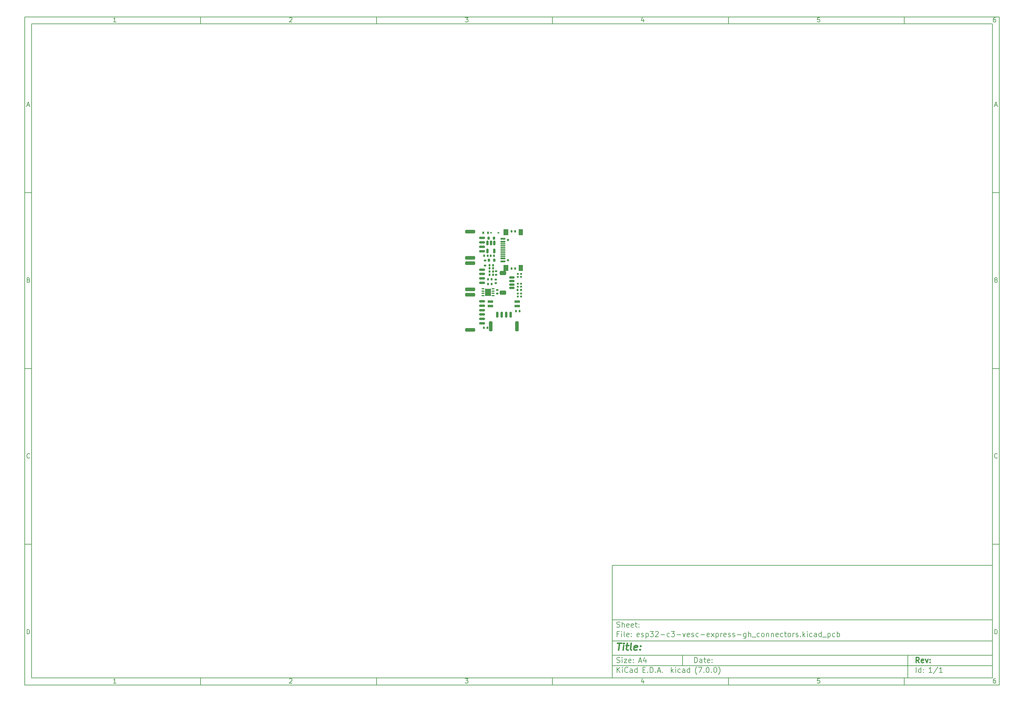
<source format=gbr>
%TF.GenerationSoftware,KiCad,Pcbnew,(7.0.0)*%
%TF.CreationDate,2023-02-27T05:24:14-06:00*%
%TF.ProjectId,esp32-c3-vesc-express-gh_connectors,65737033-322d-4633-932d-766573632d65,rev?*%
%TF.SameCoordinates,Original*%
%TF.FileFunction,Soldermask,Top*%
%TF.FilePolarity,Negative*%
%FSLAX46Y46*%
G04 Gerber Fmt 4.6, Leading zero omitted, Abs format (unit mm)*
G04 Created by KiCad (PCBNEW (7.0.0)) date 2023-02-27 05:24:14*
%MOMM*%
%LPD*%
G01*
G04 APERTURE LIST*
G04 Aperture macros list*
%AMRoundRect*
0 Rectangle with rounded corners*
0 $1 Rounding radius*
0 $2 $3 $4 $5 $6 $7 $8 $9 X,Y pos of 4 corners*
0 Add a 4 corners polygon primitive as box body*
4,1,4,$2,$3,$4,$5,$6,$7,$8,$9,$2,$3,0*
0 Add four circle primitives for the rounded corners*
1,1,$1+$1,$2,$3*
1,1,$1+$1,$4,$5*
1,1,$1+$1,$6,$7*
1,1,$1+$1,$8,$9*
0 Add four rect primitives between the rounded corners*
20,1,$1+$1,$2,$3,$4,$5,0*
20,1,$1+$1,$4,$5,$6,$7,0*
20,1,$1+$1,$6,$7,$8,$9,0*
20,1,$1+$1,$8,$9,$2,$3,0*%
G04 Aperture macros list end*
%ADD10C,0.100000*%
%ADD11C,0.150000*%
%ADD12C,0.300000*%
%ADD13C,0.400000*%
%ADD14C,0.650000*%
%ADD15R,1.450000X1.800000*%
%ADD16R,1.200000X1.800000*%
%ADD17R,1.450000X0.600000*%
%ADD18R,1.450000X0.300000*%
%ADD19R,0.500000X0.500000*%
%ADD20RoundRect,0.150000X0.150000X0.300000X-0.150000X0.300000X-0.150000X-0.300000X0.150000X-0.300000X0*%
%ADD21RoundRect,0.125000X0.125000X0.175000X-0.125000X0.175000X-0.125000X-0.175000X0.125000X-0.175000X0*%
%ADD22RoundRect,0.150000X0.150000X0.700000X-0.150000X0.700000X-0.150000X-0.700000X0.150000X-0.700000X0*%
%ADD23RoundRect,0.250000X0.250000X1.150000X-0.250000X1.150000X-0.250000X-1.150000X0.250000X-1.150000X0*%
%ADD24RoundRect,0.125000X-0.175000X0.125000X-0.175000X-0.125000X0.175000X-0.125000X0.175000X0.125000X0*%
%ADD25RoundRect,0.125000X-0.125000X-0.175000X0.125000X-0.175000X0.125000X0.175000X-0.125000X0.175000X0*%
%ADD26RoundRect,0.150000X0.700000X-0.150000X0.700000X0.150000X-0.700000X0.150000X-0.700000X-0.150000X0*%
%ADD27RoundRect,0.250000X1.150000X-0.250000X1.150000X0.250000X-1.150000X0.250000X-1.150000X-0.250000X0*%
%ADD28RoundRect,0.075000X0.325000X0.075000X-0.325000X0.075000X-0.325000X-0.075000X0.325000X-0.075000X0*%
%ADD29R,1.700000X2.050000*%
%ADD30R,0.600000X0.450000*%
%ADD31R,0.600000X0.700000*%
%ADD32RoundRect,0.125000X0.175000X-0.125000X0.175000X0.125000X-0.175000X0.125000X-0.175000X-0.125000X0*%
%ADD33R,0.700000X0.600000*%
%ADD34R,1.600000X0.760000*%
%ADD35RoundRect,0.150000X-0.150000X0.512500X-0.150000X-0.512500X0.150000X-0.512500X0.150000X0.512500X0*%
%ADD36RoundRect,0.150000X0.625000X-0.150000X0.625000X0.150000X-0.625000X0.150000X-0.625000X-0.150000X0*%
%ADD37RoundRect,0.250000X0.650000X-0.350000X0.650000X0.350000X-0.650000X0.350000X-0.650000X-0.350000X0*%
G04 APERTURE END LIST*
D10*
D11*
X177002200Y-166007200D02*
X285002200Y-166007200D01*
X285002200Y-198007200D01*
X177002200Y-198007200D01*
X177002200Y-166007200D01*
D10*
D11*
X10000000Y-10000000D02*
X287002200Y-10000000D01*
X287002200Y-200007200D01*
X10000000Y-200007200D01*
X10000000Y-10000000D01*
D10*
D11*
X12000000Y-12000000D02*
X285002200Y-12000000D01*
X285002200Y-198007200D01*
X12000000Y-198007200D01*
X12000000Y-12000000D01*
D10*
D11*
X60000000Y-12000000D02*
X60000000Y-10000000D01*
D10*
D11*
X110000000Y-12000000D02*
X110000000Y-10000000D01*
D10*
D11*
X160000000Y-12000000D02*
X160000000Y-10000000D01*
D10*
D11*
X210000000Y-12000000D02*
X210000000Y-10000000D01*
D10*
D11*
X260000000Y-12000000D02*
X260000000Y-10000000D01*
D10*
D11*
X35990476Y-11477595D02*
X35247619Y-11477595D01*
X35619047Y-11477595D02*
X35619047Y-10177595D01*
X35619047Y-10177595D02*
X35495238Y-10363309D01*
X35495238Y-10363309D02*
X35371428Y-10487119D01*
X35371428Y-10487119D02*
X35247619Y-10549023D01*
D10*
D11*
X85247619Y-10301404D02*
X85309523Y-10239500D01*
X85309523Y-10239500D02*
X85433333Y-10177595D01*
X85433333Y-10177595D02*
X85742857Y-10177595D01*
X85742857Y-10177595D02*
X85866666Y-10239500D01*
X85866666Y-10239500D02*
X85928571Y-10301404D01*
X85928571Y-10301404D02*
X85990476Y-10425214D01*
X85990476Y-10425214D02*
X85990476Y-10549023D01*
X85990476Y-10549023D02*
X85928571Y-10734738D01*
X85928571Y-10734738D02*
X85185714Y-11477595D01*
X85185714Y-11477595D02*
X85990476Y-11477595D01*
D10*
D11*
X135185714Y-10177595D02*
X135990476Y-10177595D01*
X135990476Y-10177595D02*
X135557142Y-10672833D01*
X135557142Y-10672833D02*
X135742857Y-10672833D01*
X135742857Y-10672833D02*
X135866666Y-10734738D01*
X135866666Y-10734738D02*
X135928571Y-10796642D01*
X135928571Y-10796642D02*
X135990476Y-10920452D01*
X135990476Y-10920452D02*
X135990476Y-11229976D01*
X135990476Y-11229976D02*
X135928571Y-11353785D01*
X135928571Y-11353785D02*
X135866666Y-11415690D01*
X135866666Y-11415690D02*
X135742857Y-11477595D01*
X135742857Y-11477595D02*
X135371428Y-11477595D01*
X135371428Y-11477595D02*
X135247619Y-11415690D01*
X135247619Y-11415690D02*
X135185714Y-11353785D01*
D10*
D11*
X185866666Y-10610928D02*
X185866666Y-11477595D01*
X185557142Y-10115690D02*
X185247619Y-11044261D01*
X185247619Y-11044261D02*
X186052380Y-11044261D01*
D10*
D11*
X235928571Y-10177595D02*
X235309523Y-10177595D01*
X235309523Y-10177595D02*
X235247619Y-10796642D01*
X235247619Y-10796642D02*
X235309523Y-10734738D01*
X235309523Y-10734738D02*
X235433333Y-10672833D01*
X235433333Y-10672833D02*
X235742857Y-10672833D01*
X235742857Y-10672833D02*
X235866666Y-10734738D01*
X235866666Y-10734738D02*
X235928571Y-10796642D01*
X235928571Y-10796642D02*
X235990476Y-10920452D01*
X235990476Y-10920452D02*
X235990476Y-11229976D01*
X235990476Y-11229976D02*
X235928571Y-11353785D01*
X235928571Y-11353785D02*
X235866666Y-11415690D01*
X235866666Y-11415690D02*
X235742857Y-11477595D01*
X235742857Y-11477595D02*
X235433333Y-11477595D01*
X235433333Y-11477595D02*
X235309523Y-11415690D01*
X235309523Y-11415690D02*
X235247619Y-11353785D01*
D10*
D11*
X285866666Y-10177595D02*
X285619047Y-10177595D01*
X285619047Y-10177595D02*
X285495238Y-10239500D01*
X285495238Y-10239500D02*
X285433333Y-10301404D01*
X285433333Y-10301404D02*
X285309523Y-10487119D01*
X285309523Y-10487119D02*
X285247619Y-10734738D01*
X285247619Y-10734738D02*
X285247619Y-11229976D01*
X285247619Y-11229976D02*
X285309523Y-11353785D01*
X285309523Y-11353785D02*
X285371428Y-11415690D01*
X285371428Y-11415690D02*
X285495238Y-11477595D01*
X285495238Y-11477595D02*
X285742857Y-11477595D01*
X285742857Y-11477595D02*
X285866666Y-11415690D01*
X285866666Y-11415690D02*
X285928571Y-11353785D01*
X285928571Y-11353785D02*
X285990476Y-11229976D01*
X285990476Y-11229976D02*
X285990476Y-10920452D01*
X285990476Y-10920452D02*
X285928571Y-10796642D01*
X285928571Y-10796642D02*
X285866666Y-10734738D01*
X285866666Y-10734738D02*
X285742857Y-10672833D01*
X285742857Y-10672833D02*
X285495238Y-10672833D01*
X285495238Y-10672833D02*
X285371428Y-10734738D01*
X285371428Y-10734738D02*
X285309523Y-10796642D01*
X285309523Y-10796642D02*
X285247619Y-10920452D01*
D10*
D11*
X60000000Y-198007200D02*
X60000000Y-200007200D01*
D10*
D11*
X110000000Y-198007200D02*
X110000000Y-200007200D01*
D10*
D11*
X160000000Y-198007200D02*
X160000000Y-200007200D01*
D10*
D11*
X210000000Y-198007200D02*
X210000000Y-200007200D01*
D10*
D11*
X260000000Y-198007200D02*
X260000000Y-200007200D01*
D10*
D11*
X35990476Y-199484795D02*
X35247619Y-199484795D01*
X35619047Y-199484795D02*
X35619047Y-198184795D01*
X35619047Y-198184795D02*
X35495238Y-198370509D01*
X35495238Y-198370509D02*
X35371428Y-198494319D01*
X35371428Y-198494319D02*
X35247619Y-198556223D01*
D10*
D11*
X85247619Y-198308604D02*
X85309523Y-198246700D01*
X85309523Y-198246700D02*
X85433333Y-198184795D01*
X85433333Y-198184795D02*
X85742857Y-198184795D01*
X85742857Y-198184795D02*
X85866666Y-198246700D01*
X85866666Y-198246700D02*
X85928571Y-198308604D01*
X85928571Y-198308604D02*
X85990476Y-198432414D01*
X85990476Y-198432414D02*
X85990476Y-198556223D01*
X85990476Y-198556223D02*
X85928571Y-198741938D01*
X85928571Y-198741938D02*
X85185714Y-199484795D01*
X85185714Y-199484795D02*
X85990476Y-199484795D01*
D10*
D11*
X135185714Y-198184795D02*
X135990476Y-198184795D01*
X135990476Y-198184795D02*
X135557142Y-198680033D01*
X135557142Y-198680033D02*
X135742857Y-198680033D01*
X135742857Y-198680033D02*
X135866666Y-198741938D01*
X135866666Y-198741938D02*
X135928571Y-198803842D01*
X135928571Y-198803842D02*
X135990476Y-198927652D01*
X135990476Y-198927652D02*
X135990476Y-199237176D01*
X135990476Y-199237176D02*
X135928571Y-199360985D01*
X135928571Y-199360985D02*
X135866666Y-199422890D01*
X135866666Y-199422890D02*
X135742857Y-199484795D01*
X135742857Y-199484795D02*
X135371428Y-199484795D01*
X135371428Y-199484795D02*
X135247619Y-199422890D01*
X135247619Y-199422890D02*
X135185714Y-199360985D01*
D10*
D11*
X185866666Y-198618128D02*
X185866666Y-199484795D01*
X185557142Y-198122890D02*
X185247619Y-199051461D01*
X185247619Y-199051461D02*
X186052380Y-199051461D01*
D10*
D11*
X235928571Y-198184795D02*
X235309523Y-198184795D01*
X235309523Y-198184795D02*
X235247619Y-198803842D01*
X235247619Y-198803842D02*
X235309523Y-198741938D01*
X235309523Y-198741938D02*
X235433333Y-198680033D01*
X235433333Y-198680033D02*
X235742857Y-198680033D01*
X235742857Y-198680033D02*
X235866666Y-198741938D01*
X235866666Y-198741938D02*
X235928571Y-198803842D01*
X235928571Y-198803842D02*
X235990476Y-198927652D01*
X235990476Y-198927652D02*
X235990476Y-199237176D01*
X235990476Y-199237176D02*
X235928571Y-199360985D01*
X235928571Y-199360985D02*
X235866666Y-199422890D01*
X235866666Y-199422890D02*
X235742857Y-199484795D01*
X235742857Y-199484795D02*
X235433333Y-199484795D01*
X235433333Y-199484795D02*
X235309523Y-199422890D01*
X235309523Y-199422890D02*
X235247619Y-199360985D01*
D10*
D11*
X285866666Y-198184795D02*
X285619047Y-198184795D01*
X285619047Y-198184795D02*
X285495238Y-198246700D01*
X285495238Y-198246700D02*
X285433333Y-198308604D01*
X285433333Y-198308604D02*
X285309523Y-198494319D01*
X285309523Y-198494319D02*
X285247619Y-198741938D01*
X285247619Y-198741938D02*
X285247619Y-199237176D01*
X285247619Y-199237176D02*
X285309523Y-199360985D01*
X285309523Y-199360985D02*
X285371428Y-199422890D01*
X285371428Y-199422890D02*
X285495238Y-199484795D01*
X285495238Y-199484795D02*
X285742857Y-199484795D01*
X285742857Y-199484795D02*
X285866666Y-199422890D01*
X285866666Y-199422890D02*
X285928571Y-199360985D01*
X285928571Y-199360985D02*
X285990476Y-199237176D01*
X285990476Y-199237176D02*
X285990476Y-198927652D01*
X285990476Y-198927652D02*
X285928571Y-198803842D01*
X285928571Y-198803842D02*
X285866666Y-198741938D01*
X285866666Y-198741938D02*
X285742857Y-198680033D01*
X285742857Y-198680033D02*
X285495238Y-198680033D01*
X285495238Y-198680033D02*
X285371428Y-198741938D01*
X285371428Y-198741938D02*
X285309523Y-198803842D01*
X285309523Y-198803842D02*
X285247619Y-198927652D01*
D10*
D11*
X10000000Y-60000000D02*
X12000000Y-60000000D01*
D10*
D11*
X10000000Y-110000000D02*
X12000000Y-110000000D01*
D10*
D11*
X10000000Y-160000000D02*
X12000000Y-160000000D01*
D10*
D11*
X10690476Y-35106166D02*
X11309523Y-35106166D01*
X10566666Y-35477595D02*
X10999999Y-34177595D01*
X10999999Y-34177595D02*
X11433333Y-35477595D01*
D10*
D11*
X11092857Y-84796642D02*
X11278571Y-84858547D01*
X11278571Y-84858547D02*
X11340476Y-84920452D01*
X11340476Y-84920452D02*
X11402380Y-85044261D01*
X11402380Y-85044261D02*
X11402380Y-85229976D01*
X11402380Y-85229976D02*
X11340476Y-85353785D01*
X11340476Y-85353785D02*
X11278571Y-85415690D01*
X11278571Y-85415690D02*
X11154761Y-85477595D01*
X11154761Y-85477595D02*
X10659523Y-85477595D01*
X10659523Y-85477595D02*
X10659523Y-84177595D01*
X10659523Y-84177595D02*
X11092857Y-84177595D01*
X11092857Y-84177595D02*
X11216666Y-84239500D01*
X11216666Y-84239500D02*
X11278571Y-84301404D01*
X11278571Y-84301404D02*
X11340476Y-84425214D01*
X11340476Y-84425214D02*
X11340476Y-84549023D01*
X11340476Y-84549023D02*
X11278571Y-84672833D01*
X11278571Y-84672833D02*
X11216666Y-84734738D01*
X11216666Y-84734738D02*
X11092857Y-84796642D01*
X11092857Y-84796642D02*
X10659523Y-84796642D01*
D10*
D11*
X11402380Y-135353785D02*
X11340476Y-135415690D01*
X11340476Y-135415690D02*
X11154761Y-135477595D01*
X11154761Y-135477595D02*
X11030952Y-135477595D01*
X11030952Y-135477595D02*
X10845238Y-135415690D01*
X10845238Y-135415690D02*
X10721428Y-135291880D01*
X10721428Y-135291880D02*
X10659523Y-135168071D01*
X10659523Y-135168071D02*
X10597619Y-134920452D01*
X10597619Y-134920452D02*
X10597619Y-134734738D01*
X10597619Y-134734738D02*
X10659523Y-134487119D01*
X10659523Y-134487119D02*
X10721428Y-134363309D01*
X10721428Y-134363309D02*
X10845238Y-134239500D01*
X10845238Y-134239500D02*
X11030952Y-134177595D01*
X11030952Y-134177595D02*
X11154761Y-134177595D01*
X11154761Y-134177595D02*
X11340476Y-134239500D01*
X11340476Y-134239500D02*
X11402380Y-134301404D01*
D10*
D11*
X10659523Y-185477595D02*
X10659523Y-184177595D01*
X10659523Y-184177595D02*
X10969047Y-184177595D01*
X10969047Y-184177595D02*
X11154761Y-184239500D01*
X11154761Y-184239500D02*
X11278571Y-184363309D01*
X11278571Y-184363309D02*
X11340476Y-184487119D01*
X11340476Y-184487119D02*
X11402380Y-184734738D01*
X11402380Y-184734738D02*
X11402380Y-184920452D01*
X11402380Y-184920452D02*
X11340476Y-185168071D01*
X11340476Y-185168071D02*
X11278571Y-185291880D01*
X11278571Y-185291880D02*
X11154761Y-185415690D01*
X11154761Y-185415690D02*
X10969047Y-185477595D01*
X10969047Y-185477595D02*
X10659523Y-185477595D01*
D10*
D11*
X287002200Y-60000000D02*
X285002200Y-60000000D01*
D10*
D11*
X287002200Y-110000000D02*
X285002200Y-110000000D01*
D10*
D11*
X287002200Y-160000000D02*
X285002200Y-160000000D01*
D10*
D11*
X285692676Y-35106166D02*
X286311723Y-35106166D01*
X285568866Y-35477595D02*
X286002199Y-34177595D01*
X286002199Y-34177595D02*
X286435533Y-35477595D01*
D10*
D11*
X286095057Y-84796642D02*
X286280771Y-84858547D01*
X286280771Y-84858547D02*
X286342676Y-84920452D01*
X286342676Y-84920452D02*
X286404580Y-85044261D01*
X286404580Y-85044261D02*
X286404580Y-85229976D01*
X286404580Y-85229976D02*
X286342676Y-85353785D01*
X286342676Y-85353785D02*
X286280771Y-85415690D01*
X286280771Y-85415690D02*
X286156961Y-85477595D01*
X286156961Y-85477595D02*
X285661723Y-85477595D01*
X285661723Y-85477595D02*
X285661723Y-84177595D01*
X285661723Y-84177595D02*
X286095057Y-84177595D01*
X286095057Y-84177595D02*
X286218866Y-84239500D01*
X286218866Y-84239500D02*
X286280771Y-84301404D01*
X286280771Y-84301404D02*
X286342676Y-84425214D01*
X286342676Y-84425214D02*
X286342676Y-84549023D01*
X286342676Y-84549023D02*
X286280771Y-84672833D01*
X286280771Y-84672833D02*
X286218866Y-84734738D01*
X286218866Y-84734738D02*
X286095057Y-84796642D01*
X286095057Y-84796642D02*
X285661723Y-84796642D01*
D10*
D11*
X286404580Y-135353785D02*
X286342676Y-135415690D01*
X286342676Y-135415690D02*
X286156961Y-135477595D01*
X286156961Y-135477595D02*
X286033152Y-135477595D01*
X286033152Y-135477595D02*
X285847438Y-135415690D01*
X285847438Y-135415690D02*
X285723628Y-135291880D01*
X285723628Y-135291880D02*
X285661723Y-135168071D01*
X285661723Y-135168071D02*
X285599819Y-134920452D01*
X285599819Y-134920452D02*
X285599819Y-134734738D01*
X285599819Y-134734738D02*
X285661723Y-134487119D01*
X285661723Y-134487119D02*
X285723628Y-134363309D01*
X285723628Y-134363309D02*
X285847438Y-134239500D01*
X285847438Y-134239500D02*
X286033152Y-134177595D01*
X286033152Y-134177595D02*
X286156961Y-134177595D01*
X286156961Y-134177595D02*
X286342676Y-134239500D01*
X286342676Y-134239500D02*
X286404580Y-134301404D01*
D10*
D11*
X285661723Y-185477595D02*
X285661723Y-184177595D01*
X285661723Y-184177595D02*
X285971247Y-184177595D01*
X285971247Y-184177595D02*
X286156961Y-184239500D01*
X286156961Y-184239500D02*
X286280771Y-184363309D01*
X286280771Y-184363309D02*
X286342676Y-184487119D01*
X286342676Y-184487119D02*
X286404580Y-184734738D01*
X286404580Y-184734738D02*
X286404580Y-184920452D01*
X286404580Y-184920452D02*
X286342676Y-185168071D01*
X286342676Y-185168071D02*
X286280771Y-185291880D01*
X286280771Y-185291880D02*
X286156961Y-185415690D01*
X286156961Y-185415690D02*
X285971247Y-185477595D01*
X285971247Y-185477595D02*
X285661723Y-185477595D01*
D10*
D11*
X200359342Y-193658271D02*
X200359342Y-192158271D01*
X200359342Y-192158271D02*
X200716485Y-192158271D01*
X200716485Y-192158271D02*
X200930771Y-192229700D01*
X200930771Y-192229700D02*
X201073628Y-192372557D01*
X201073628Y-192372557D02*
X201145057Y-192515414D01*
X201145057Y-192515414D02*
X201216485Y-192801128D01*
X201216485Y-192801128D02*
X201216485Y-193015414D01*
X201216485Y-193015414D02*
X201145057Y-193301128D01*
X201145057Y-193301128D02*
X201073628Y-193443985D01*
X201073628Y-193443985D02*
X200930771Y-193586842D01*
X200930771Y-193586842D02*
X200716485Y-193658271D01*
X200716485Y-193658271D02*
X200359342Y-193658271D01*
X202502200Y-193658271D02*
X202502200Y-192872557D01*
X202502200Y-192872557D02*
X202430771Y-192729700D01*
X202430771Y-192729700D02*
X202287914Y-192658271D01*
X202287914Y-192658271D02*
X202002200Y-192658271D01*
X202002200Y-192658271D02*
X201859342Y-192729700D01*
X202502200Y-193586842D02*
X202359342Y-193658271D01*
X202359342Y-193658271D02*
X202002200Y-193658271D01*
X202002200Y-193658271D02*
X201859342Y-193586842D01*
X201859342Y-193586842D02*
X201787914Y-193443985D01*
X201787914Y-193443985D02*
X201787914Y-193301128D01*
X201787914Y-193301128D02*
X201859342Y-193158271D01*
X201859342Y-193158271D02*
X202002200Y-193086842D01*
X202002200Y-193086842D02*
X202359342Y-193086842D01*
X202359342Y-193086842D02*
X202502200Y-193015414D01*
X203002200Y-192658271D02*
X203573628Y-192658271D01*
X203216485Y-192158271D02*
X203216485Y-193443985D01*
X203216485Y-193443985D02*
X203287914Y-193586842D01*
X203287914Y-193586842D02*
X203430771Y-193658271D01*
X203430771Y-193658271D02*
X203573628Y-193658271D01*
X204645057Y-193586842D02*
X204502200Y-193658271D01*
X204502200Y-193658271D02*
X204216486Y-193658271D01*
X204216486Y-193658271D02*
X204073628Y-193586842D01*
X204073628Y-193586842D02*
X204002200Y-193443985D01*
X204002200Y-193443985D02*
X204002200Y-192872557D01*
X204002200Y-192872557D02*
X204073628Y-192729700D01*
X204073628Y-192729700D02*
X204216486Y-192658271D01*
X204216486Y-192658271D02*
X204502200Y-192658271D01*
X204502200Y-192658271D02*
X204645057Y-192729700D01*
X204645057Y-192729700D02*
X204716486Y-192872557D01*
X204716486Y-192872557D02*
X204716486Y-193015414D01*
X204716486Y-193015414D02*
X204002200Y-193158271D01*
X205359342Y-193515414D02*
X205430771Y-193586842D01*
X205430771Y-193586842D02*
X205359342Y-193658271D01*
X205359342Y-193658271D02*
X205287914Y-193586842D01*
X205287914Y-193586842D02*
X205359342Y-193515414D01*
X205359342Y-193515414D02*
X205359342Y-193658271D01*
X205359342Y-192729700D02*
X205430771Y-192801128D01*
X205430771Y-192801128D02*
X205359342Y-192872557D01*
X205359342Y-192872557D02*
X205287914Y-192801128D01*
X205287914Y-192801128D02*
X205359342Y-192729700D01*
X205359342Y-192729700D02*
X205359342Y-192872557D01*
D10*
D11*
X177002200Y-194507200D02*
X285002200Y-194507200D01*
D10*
D11*
X178359342Y-196458271D02*
X178359342Y-194958271D01*
X179216485Y-196458271D02*
X178573628Y-195601128D01*
X179216485Y-194958271D02*
X178359342Y-195815414D01*
X179859342Y-196458271D02*
X179859342Y-195458271D01*
X179859342Y-194958271D02*
X179787914Y-195029700D01*
X179787914Y-195029700D02*
X179859342Y-195101128D01*
X179859342Y-195101128D02*
X179930771Y-195029700D01*
X179930771Y-195029700D02*
X179859342Y-194958271D01*
X179859342Y-194958271D02*
X179859342Y-195101128D01*
X181430771Y-196315414D02*
X181359343Y-196386842D01*
X181359343Y-196386842D02*
X181145057Y-196458271D01*
X181145057Y-196458271D02*
X181002200Y-196458271D01*
X181002200Y-196458271D02*
X180787914Y-196386842D01*
X180787914Y-196386842D02*
X180645057Y-196243985D01*
X180645057Y-196243985D02*
X180573628Y-196101128D01*
X180573628Y-196101128D02*
X180502200Y-195815414D01*
X180502200Y-195815414D02*
X180502200Y-195601128D01*
X180502200Y-195601128D02*
X180573628Y-195315414D01*
X180573628Y-195315414D02*
X180645057Y-195172557D01*
X180645057Y-195172557D02*
X180787914Y-195029700D01*
X180787914Y-195029700D02*
X181002200Y-194958271D01*
X181002200Y-194958271D02*
X181145057Y-194958271D01*
X181145057Y-194958271D02*
X181359343Y-195029700D01*
X181359343Y-195029700D02*
X181430771Y-195101128D01*
X182716486Y-196458271D02*
X182716486Y-195672557D01*
X182716486Y-195672557D02*
X182645057Y-195529700D01*
X182645057Y-195529700D02*
X182502200Y-195458271D01*
X182502200Y-195458271D02*
X182216486Y-195458271D01*
X182216486Y-195458271D02*
X182073628Y-195529700D01*
X182716486Y-196386842D02*
X182573628Y-196458271D01*
X182573628Y-196458271D02*
X182216486Y-196458271D01*
X182216486Y-196458271D02*
X182073628Y-196386842D01*
X182073628Y-196386842D02*
X182002200Y-196243985D01*
X182002200Y-196243985D02*
X182002200Y-196101128D01*
X182002200Y-196101128D02*
X182073628Y-195958271D01*
X182073628Y-195958271D02*
X182216486Y-195886842D01*
X182216486Y-195886842D02*
X182573628Y-195886842D01*
X182573628Y-195886842D02*
X182716486Y-195815414D01*
X184073629Y-196458271D02*
X184073629Y-194958271D01*
X184073629Y-196386842D02*
X183930771Y-196458271D01*
X183930771Y-196458271D02*
X183645057Y-196458271D01*
X183645057Y-196458271D02*
X183502200Y-196386842D01*
X183502200Y-196386842D02*
X183430771Y-196315414D01*
X183430771Y-196315414D02*
X183359343Y-196172557D01*
X183359343Y-196172557D02*
X183359343Y-195743985D01*
X183359343Y-195743985D02*
X183430771Y-195601128D01*
X183430771Y-195601128D02*
X183502200Y-195529700D01*
X183502200Y-195529700D02*
X183645057Y-195458271D01*
X183645057Y-195458271D02*
X183930771Y-195458271D01*
X183930771Y-195458271D02*
X184073629Y-195529700D01*
X185687914Y-195672557D02*
X186187914Y-195672557D01*
X186402200Y-196458271D02*
X185687914Y-196458271D01*
X185687914Y-196458271D02*
X185687914Y-194958271D01*
X185687914Y-194958271D02*
X186402200Y-194958271D01*
X187045057Y-196315414D02*
X187116486Y-196386842D01*
X187116486Y-196386842D02*
X187045057Y-196458271D01*
X187045057Y-196458271D02*
X186973629Y-196386842D01*
X186973629Y-196386842D02*
X187045057Y-196315414D01*
X187045057Y-196315414D02*
X187045057Y-196458271D01*
X187759343Y-196458271D02*
X187759343Y-194958271D01*
X187759343Y-194958271D02*
X188116486Y-194958271D01*
X188116486Y-194958271D02*
X188330772Y-195029700D01*
X188330772Y-195029700D02*
X188473629Y-195172557D01*
X188473629Y-195172557D02*
X188545058Y-195315414D01*
X188545058Y-195315414D02*
X188616486Y-195601128D01*
X188616486Y-195601128D02*
X188616486Y-195815414D01*
X188616486Y-195815414D02*
X188545058Y-196101128D01*
X188545058Y-196101128D02*
X188473629Y-196243985D01*
X188473629Y-196243985D02*
X188330772Y-196386842D01*
X188330772Y-196386842D02*
X188116486Y-196458271D01*
X188116486Y-196458271D02*
X187759343Y-196458271D01*
X189259343Y-196315414D02*
X189330772Y-196386842D01*
X189330772Y-196386842D02*
X189259343Y-196458271D01*
X189259343Y-196458271D02*
X189187915Y-196386842D01*
X189187915Y-196386842D02*
X189259343Y-196315414D01*
X189259343Y-196315414D02*
X189259343Y-196458271D01*
X189902201Y-196029700D02*
X190616487Y-196029700D01*
X189759344Y-196458271D02*
X190259344Y-194958271D01*
X190259344Y-194958271D02*
X190759344Y-196458271D01*
X191259343Y-196315414D02*
X191330772Y-196386842D01*
X191330772Y-196386842D02*
X191259343Y-196458271D01*
X191259343Y-196458271D02*
X191187915Y-196386842D01*
X191187915Y-196386842D02*
X191259343Y-196315414D01*
X191259343Y-196315414D02*
X191259343Y-196458271D01*
X193773629Y-196458271D02*
X193773629Y-194958271D01*
X193916487Y-195886842D02*
X194345058Y-196458271D01*
X194345058Y-195458271D02*
X193773629Y-196029700D01*
X194987915Y-196458271D02*
X194987915Y-195458271D01*
X194987915Y-194958271D02*
X194916487Y-195029700D01*
X194916487Y-195029700D02*
X194987915Y-195101128D01*
X194987915Y-195101128D02*
X195059344Y-195029700D01*
X195059344Y-195029700D02*
X194987915Y-194958271D01*
X194987915Y-194958271D02*
X194987915Y-195101128D01*
X196345059Y-196386842D02*
X196202201Y-196458271D01*
X196202201Y-196458271D02*
X195916487Y-196458271D01*
X195916487Y-196458271D02*
X195773630Y-196386842D01*
X195773630Y-196386842D02*
X195702201Y-196315414D01*
X195702201Y-196315414D02*
X195630773Y-196172557D01*
X195630773Y-196172557D02*
X195630773Y-195743985D01*
X195630773Y-195743985D02*
X195702201Y-195601128D01*
X195702201Y-195601128D02*
X195773630Y-195529700D01*
X195773630Y-195529700D02*
X195916487Y-195458271D01*
X195916487Y-195458271D02*
X196202201Y-195458271D01*
X196202201Y-195458271D02*
X196345059Y-195529700D01*
X197630773Y-196458271D02*
X197630773Y-195672557D01*
X197630773Y-195672557D02*
X197559344Y-195529700D01*
X197559344Y-195529700D02*
X197416487Y-195458271D01*
X197416487Y-195458271D02*
X197130773Y-195458271D01*
X197130773Y-195458271D02*
X196987915Y-195529700D01*
X197630773Y-196386842D02*
X197487915Y-196458271D01*
X197487915Y-196458271D02*
X197130773Y-196458271D01*
X197130773Y-196458271D02*
X196987915Y-196386842D01*
X196987915Y-196386842D02*
X196916487Y-196243985D01*
X196916487Y-196243985D02*
X196916487Y-196101128D01*
X196916487Y-196101128D02*
X196987915Y-195958271D01*
X196987915Y-195958271D02*
X197130773Y-195886842D01*
X197130773Y-195886842D02*
X197487915Y-195886842D01*
X197487915Y-195886842D02*
X197630773Y-195815414D01*
X198987916Y-196458271D02*
X198987916Y-194958271D01*
X198987916Y-196386842D02*
X198845058Y-196458271D01*
X198845058Y-196458271D02*
X198559344Y-196458271D01*
X198559344Y-196458271D02*
X198416487Y-196386842D01*
X198416487Y-196386842D02*
X198345058Y-196315414D01*
X198345058Y-196315414D02*
X198273630Y-196172557D01*
X198273630Y-196172557D02*
X198273630Y-195743985D01*
X198273630Y-195743985D02*
X198345058Y-195601128D01*
X198345058Y-195601128D02*
X198416487Y-195529700D01*
X198416487Y-195529700D02*
X198559344Y-195458271D01*
X198559344Y-195458271D02*
X198845058Y-195458271D01*
X198845058Y-195458271D02*
X198987916Y-195529700D01*
X201030773Y-197029700D02*
X200959344Y-196958271D01*
X200959344Y-196958271D02*
X200816487Y-196743985D01*
X200816487Y-196743985D02*
X200745059Y-196601128D01*
X200745059Y-196601128D02*
X200673630Y-196386842D01*
X200673630Y-196386842D02*
X200602201Y-196029700D01*
X200602201Y-196029700D02*
X200602201Y-195743985D01*
X200602201Y-195743985D02*
X200673630Y-195386842D01*
X200673630Y-195386842D02*
X200745059Y-195172557D01*
X200745059Y-195172557D02*
X200816487Y-195029700D01*
X200816487Y-195029700D02*
X200959344Y-194815414D01*
X200959344Y-194815414D02*
X201030773Y-194743985D01*
X201459344Y-194958271D02*
X202459344Y-194958271D01*
X202459344Y-194958271D02*
X201816487Y-196458271D01*
X203030772Y-196315414D02*
X203102201Y-196386842D01*
X203102201Y-196386842D02*
X203030772Y-196458271D01*
X203030772Y-196458271D02*
X202959344Y-196386842D01*
X202959344Y-196386842D02*
X203030772Y-196315414D01*
X203030772Y-196315414D02*
X203030772Y-196458271D01*
X204030773Y-194958271D02*
X204173630Y-194958271D01*
X204173630Y-194958271D02*
X204316487Y-195029700D01*
X204316487Y-195029700D02*
X204387916Y-195101128D01*
X204387916Y-195101128D02*
X204459344Y-195243985D01*
X204459344Y-195243985D02*
X204530773Y-195529700D01*
X204530773Y-195529700D02*
X204530773Y-195886842D01*
X204530773Y-195886842D02*
X204459344Y-196172557D01*
X204459344Y-196172557D02*
X204387916Y-196315414D01*
X204387916Y-196315414D02*
X204316487Y-196386842D01*
X204316487Y-196386842D02*
X204173630Y-196458271D01*
X204173630Y-196458271D02*
X204030773Y-196458271D01*
X204030773Y-196458271D02*
X203887916Y-196386842D01*
X203887916Y-196386842D02*
X203816487Y-196315414D01*
X203816487Y-196315414D02*
X203745058Y-196172557D01*
X203745058Y-196172557D02*
X203673630Y-195886842D01*
X203673630Y-195886842D02*
X203673630Y-195529700D01*
X203673630Y-195529700D02*
X203745058Y-195243985D01*
X203745058Y-195243985D02*
X203816487Y-195101128D01*
X203816487Y-195101128D02*
X203887916Y-195029700D01*
X203887916Y-195029700D02*
X204030773Y-194958271D01*
X205173629Y-196315414D02*
X205245058Y-196386842D01*
X205245058Y-196386842D02*
X205173629Y-196458271D01*
X205173629Y-196458271D02*
X205102201Y-196386842D01*
X205102201Y-196386842D02*
X205173629Y-196315414D01*
X205173629Y-196315414D02*
X205173629Y-196458271D01*
X206173630Y-194958271D02*
X206316487Y-194958271D01*
X206316487Y-194958271D02*
X206459344Y-195029700D01*
X206459344Y-195029700D02*
X206530773Y-195101128D01*
X206530773Y-195101128D02*
X206602201Y-195243985D01*
X206602201Y-195243985D02*
X206673630Y-195529700D01*
X206673630Y-195529700D02*
X206673630Y-195886842D01*
X206673630Y-195886842D02*
X206602201Y-196172557D01*
X206602201Y-196172557D02*
X206530773Y-196315414D01*
X206530773Y-196315414D02*
X206459344Y-196386842D01*
X206459344Y-196386842D02*
X206316487Y-196458271D01*
X206316487Y-196458271D02*
X206173630Y-196458271D01*
X206173630Y-196458271D02*
X206030773Y-196386842D01*
X206030773Y-196386842D02*
X205959344Y-196315414D01*
X205959344Y-196315414D02*
X205887915Y-196172557D01*
X205887915Y-196172557D02*
X205816487Y-195886842D01*
X205816487Y-195886842D02*
X205816487Y-195529700D01*
X205816487Y-195529700D02*
X205887915Y-195243985D01*
X205887915Y-195243985D02*
X205959344Y-195101128D01*
X205959344Y-195101128D02*
X206030773Y-195029700D01*
X206030773Y-195029700D02*
X206173630Y-194958271D01*
X207173629Y-197029700D02*
X207245058Y-196958271D01*
X207245058Y-196958271D02*
X207387915Y-196743985D01*
X207387915Y-196743985D02*
X207459344Y-196601128D01*
X207459344Y-196601128D02*
X207530772Y-196386842D01*
X207530772Y-196386842D02*
X207602201Y-196029700D01*
X207602201Y-196029700D02*
X207602201Y-195743985D01*
X207602201Y-195743985D02*
X207530772Y-195386842D01*
X207530772Y-195386842D02*
X207459344Y-195172557D01*
X207459344Y-195172557D02*
X207387915Y-195029700D01*
X207387915Y-195029700D02*
X207245058Y-194815414D01*
X207245058Y-194815414D02*
X207173629Y-194743985D01*
D10*
D11*
X177002200Y-191507200D02*
X285002200Y-191507200D01*
D10*
D12*
X264216485Y-193658271D02*
X263716485Y-192943985D01*
X263359342Y-193658271D02*
X263359342Y-192158271D01*
X263359342Y-192158271D02*
X263930771Y-192158271D01*
X263930771Y-192158271D02*
X264073628Y-192229700D01*
X264073628Y-192229700D02*
X264145057Y-192301128D01*
X264145057Y-192301128D02*
X264216485Y-192443985D01*
X264216485Y-192443985D02*
X264216485Y-192658271D01*
X264216485Y-192658271D02*
X264145057Y-192801128D01*
X264145057Y-192801128D02*
X264073628Y-192872557D01*
X264073628Y-192872557D02*
X263930771Y-192943985D01*
X263930771Y-192943985D02*
X263359342Y-192943985D01*
X265430771Y-193586842D02*
X265287914Y-193658271D01*
X265287914Y-193658271D02*
X265002200Y-193658271D01*
X265002200Y-193658271D02*
X264859342Y-193586842D01*
X264859342Y-193586842D02*
X264787914Y-193443985D01*
X264787914Y-193443985D02*
X264787914Y-192872557D01*
X264787914Y-192872557D02*
X264859342Y-192729700D01*
X264859342Y-192729700D02*
X265002200Y-192658271D01*
X265002200Y-192658271D02*
X265287914Y-192658271D01*
X265287914Y-192658271D02*
X265430771Y-192729700D01*
X265430771Y-192729700D02*
X265502200Y-192872557D01*
X265502200Y-192872557D02*
X265502200Y-193015414D01*
X265502200Y-193015414D02*
X264787914Y-193158271D01*
X266002199Y-192658271D02*
X266359342Y-193658271D01*
X266359342Y-193658271D02*
X266716485Y-192658271D01*
X267287913Y-193515414D02*
X267359342Y-193586842D01*
X267359342Y-193586842D02*
X267287913Y-193658271D01*
X267287913Y-193658271D02*
X267216485Y-193586842D01*
X267216485Y-193586842D02*
X267287913Y-193515414D01*
X267287913Y-193515414D02*
X267287913Y-193658271D01*
X267287913Y-192729700D02*
X267359342Y-192801128D01*
X267359342Y-192801128D02*
X267287913Y-192872557D01*
X267287913Y-192872557D02*
X267216485Y-192801128D01*
X267216485Y-192801128D02*
X267287913Y-192729700D01*
X267287913Y-192729700D02*
X267287913Y-192872557D01*
D10*
D11*
X178287914Y-193586842D02*
X178502200Y-193658271D01*
X178502200Y-193658271D02*
X178859342Y-193658271D01*
X178859342Y-193658271D02*
X179002200Y-193586842D01*
X179002200Y-193586842D02*
X179073628Y-193515414D01*
X179073628Y-193515414D02*
X179145057Y-193372557D01*
X179145057Y-193372557D02*
X179145057Y-193229700D01*
X179145057Y-193229700D02*
X179073628Y-193086842D01*
X179073628Y-193086842D02*
X179002200Y-193015414D01*
X179002200Y-193015414D02*
X178859342Y-192943985D01*
X178859342Y-192943985D02*
X178573628Y-192872557D01*
X178573628Y-192872557D02*
X178430771Y-192801128D01*
X178430771Y-192801128D02*
X178359342Y-192729700D01*
X178359342Y-192729700D02*
X178287914Y-192586842D01*
X178287914Y-192586842D02*
X178287914Y-192443985D01*
X178287914Y-192443985D02*
X178359342Y-192301128D01*
X178359342Y-192301128D02*
X178430771Y-192229700D01*
X178430771Y-192229700D02*
X178573628Y-192158271D01*
X178573628Y-192158271D02*
X178930771Y-192158271D01*
X178930771Y-192158271D02*
X179145057Y-192229700D01*
X179787913Y-193658271D02*
X179787913Y-192658271D01*
X179787913Y-192158271D02*
X179716485Y-192229700D01*
X179716485Y-192229700D02*
X179787913Y-192301128D01*
X179787913Y-192301128D02*
X179859342Y-192229700D01*
X179859342Y-192229700D02*
X179787913Y-192158271D01*
X179787913Y-192158271D02*
X179787913Y-192301128D01*
X180359342Y-192658271D02*
X181145057Y-192658271D01*
X181145057Y-192658271D02*
X180359342Y-193658271D01*
X180359342Y-193658271D02*
X181145057Y-193658271D01*
X182287914Y-193586842D02*
X182145057Y-193658271D01*
X182145057Y-193658271D02*
X181859343Y-193658271D01*
X181859343Y-193658271D02*
X181716485Y-193586842D01*
X181716485Y-193586842D02*
X181645057Y-193443985D01*
X181645057Y-193443985D02*
X181645057Y-192872557D01*
X181645057Y-192872557D02*
X181716485Y-192729700D01*
X181716485Y-192729700D02*
X181859343Y-192658271D01*
X181859343Y-192658271D02*
X182145057Y-192658271D01*
X182145057Y-192658271D02*
X182287914Y-192729700D01*
X182287914Y-192729700D02*
X182359343Y-192872557D01*
X182359343Y-192872557D02*
X182359343Y-193015414D01*
X182359343Y-193015414D02*
X181645057Y-193158271D01*
X183002199Y-193515414D02*
X183073628Y-193586842D01*
X183073628Y-193586842D02*
X183002199Y-193658271D01*
X183002199Y-193658271D02*
X182930771Y-193586842D01*
X182930771Y-193586842D02*
X183002199Y-193515414D01*
X183002199Y-193515414D02*
X183002199Y-193658271D01*
X183002199Y-192729700D02*
X183073628Y-192801128D01*
X183073628Y-192801128D02*
X183002199Y-192872557D01*
X183002199Y-192872557D02*
X182930771Y-192801128D01*
X182930771Y-192801128D02*
X183002199Y-192729700D01*
X183002199Y-192729700D02*
X183002199Y-192872557D01*
X184545057Y-193229700D02*
X185259343Y-193229700D01*
X184402200Y-193658271D02*
X184902200Y-192158271D01*
X184902200Y-192158271D02*
X185402200Y-193658271D01*
X186545057Y-192658271D02*
X186545057Y-193658271D01*
X186187914Y-192086842D02*
X185830771Y-193158271D01*
X185830771Y-193158271D02*
X186759342Y-193158271D01*
D10*
D11*
X263359342Y-196458271D02*
X263359342Y-194958271D01*
X264716486Y-196458271D02*
X264716486Y-194958271D01*
X264716486Y-196386842D02*
X264573628Y-196458271D01*
X264573628Y-196458271D02*
X264287914Y-196458271D01*
X264287914Y-196458271D02*
X264145057Y-196386842D01*
X264145057Y-196386842D02*
X264073628Y-196315414D01*
X264073628Y-196315414D02*
X264002200Y-196172557D01*
X264002200Y-196172557D02*
X264002200Y-195743985D01*
X264002200Y-195743985D02*
X264073628Y-195601128D01*
X264073628Y-195601128D02*
X264145057Y-195529700D01*
X264145057Y-195529700D02*
X264287914Y-195458271D01*
X264287914Y-195458271D02*
X264573628Y-195458271D01*
X264573628Y-195458271D02*
X264716486Y-195529700D01*
X265430771Y-196315414D02*
X265502200Y-196386842D01*
X265502200Y-196386842D02*
X265430771Y-196458271D01*
X265430771Y-196458271D02*
X265359343Y-196386842D01*
X265359343Y-196386842D02*
X265430771Y-196315414D01*
X265430771Y-196315414D02*
X265430771Y-196458271D01*
X265430771Y-195529700D02*
X265502200Y-195601128D01*
X265502200Y-195601128D02*
X265430771Y-195672557D01*
X265430771Y-195672557D02*
X265359343Y-195601128D01*
X265359343Y-195601128D02*
X265430771Y-195529700D01*
X265430771Y-195529700D02*
X265430771Y-195672557D01*
X267830772Y-196458271D02*
X266973629Y-196458271D01*
X267402200Y-196458271D02*
X267402200Y-194958271D01*
X267402200Y-194958271D02*
X267259343Y-195172557D01*
X267259343Y-195172557D02*
X267116486Y-195315414D01*
X267116486Y-195315414D02*
X266973629Y-195386842D01*
X269545057Y-194886842D02*
X268259343Y-196815414D01*
X270830772Y-196458271D02*
X269973629Y-196458271D01*
X270402200Y-196458271D02*
X270402200Y-194958271D01*
X270402200Y-194958271D02*
X270259343Y-195172557D01*
X270259343Y-195172557D02*
X270116486Y-195315414D01*
X270116486Y-195315414D02*
X269973629Y-195386842D01*
D10*
D11*
X177002200Y-187507200D02*
X285002200Y-187507200D01*
D10*
D13*
X178454580Y-188041961D02*
X179597438Y-188041961D01*
X178776009Y-190041961D02*
X179026009Y-188041961D01*
X180014105Y-190041961D02*
X180180771Y-188708628D01*
X180264105Y-188041961D02*
X180156962Y-188137200D01*
X180156962Y-188137200D02*
X180240295Y-188232438D01*
X180240295Y-188232438D02*
X180347438Y-188137200D01*
X180347438Y-188137200D02*
X180264105Y-188041961D01*
X180264105Y-188041961D02*
X180240295Y-188232438D01*
X180847438Y-188708628D02*
X181609343Y-188708628D01*
X181216486Y-188041961D02*
X181002200Y-189756247D01*
X181002200Y-189756247D02*
X181073629Y-189946723D01*
X181073629Y-189946723D02*
X181252200Y-190041961D01*
X181252200Y-190041961D02*
X181442676Y-190041961D01*
X182395057Y-190041961D02*
X182216486Y-189946723D01*
X182216486Y-189946723D02*
X182145057Y-189756247D01*
X182145057Y-189756247D02*
X182359343Y-188041961D01*
X183930771Y-189946723D02*
X183728390Y-190041961D01*
X183728390Y-190041961D02*
X183347438Y-190041961D01*
X183347438Y-190041961D02*
X183168867Y-189946723D01*
X183168867Y-189946723D02*
X183097438Y-189756247D01*
X183097438Y-189756247D02*
X183192676Y-188994342D01*
X183192676Y-188994342D02*
X183311724Y-188803866D01*
X183311724Y-188803866D02*
X183514105Y-188708628D01*
X183514105Y-188708628D02*
X183895057Y-188708628D01*
X183895057Y-188708628D02*
X184073628Y-188803866D01*
X184073628Y-188803866D02*
X184145057Y-188994342D01*
X184145057Y-188994342D02*
X184121247Y-189184819D01*
X184121247Y-189184819D02*
X183145057Y-189375295D01*
X184895057Y-189851485D02*
X184978391Y-189946723D01*
X184978391Y-189946723D02*
X184871248Y-190041961D01*
X184871248Y-190041961D02*
X184787914Y-189946723D01*
X184787914Y-189946723D02*
X184895057Y-189851485D01*
X184895057Y-189851485D02*
X184871248Y-190041961D01*
X185026010Y-188803866D02*
X185109343Y-188899104D01*
X185109343Y-188899104D02*
X185002200Y-188994342D01*
X185002200Y-188994342D02*
X184918867Y-188899104D01*
X184918867Y-188899104D02*
X185026010Y-188803866D01*
X185026010Y-188803866D02*
X185002200Y-188994342D01*
D10*
D11*
X178859342Y-185472557D02*
X178359342Y-185472557D01*
X178359342Y-186258271D02*
X178359342Y-184758271D01*
X178359342Y-184758271D02*
X179073628Y-184758271D01*
X179645056Y-186258271D02*
X179645056Y-185258271D01*
X179645056Y-184758271D02*
X179573628Y-184829700D01*
X179573628Y-184829700D02*
X179645056Y-184901128D01*
X179645056Y-184901128D02*
X179716485Y-184829700D01*
X179716485Y-184829700D02*
X179645056Y-184758271D01*
X179645056Y-184758271D02*
X179645056Y-184901128D01*
X180573628Y-186258271D02*
X180430771Y-186186842D01*
X180430771Y-186186842D02*
X180359342Y-186043985D01*
X180359342Y-186043985D02*
X180359342Y-184758271D01*
X181716485Y-186186842D02*
X181573628Y-186258271D01*
X181573628Y-186258271D02*
X181287914Y-186258271D01*
X181287914Y-186258271D02*
X181145056Y-186186842D01*
X181145056Y-186186842D02*
X181073628Y-186043985D01*
X181073628Y-186043985D02*
X181073628Y-185472557D01*
X181073628Y-185472557D02*
X181145056Y-185329700D01*
X181145056Y-185329700D02*
X181287914Y-185258271D01*
X181287914Y-185258271D02*
X181573628Y-185258271D01*
X181573628Y-185258271D02*
X181716485Y-185329700D01*
X181716485Y-185329700D02*
X181787914Y-185472557D01*
X181787914Y-185472557D02*
X181787914Y-185615414D01*
X181787914Y-185615414D02*
X181073628Y-185758271D01*
X182430770Y-186115414D02*
X182502199Y-186186842D01*
X182502199Y-186186842D02*
X182430770Y-186258271D01*
X182430770Y-186258271D02*
X182359342Y-186186842D01*
X182359342Y-186186842D02*
X182430770Y-186115414D01*
X182430770Y-186115414D02*
X182430770Y-186258271D01*
X182430770Y-185329700D02*
X182502199Y-185401128D01*
X182502199Y-185401128D02*
X182430770Y-185472557D01*
X182430770Y-185472557D02*
X182359342Y-185401128D01*
X182359342Y-185401128D02*
X182430770Y-185329700D01*
X182430770Y-185329700D02*
X182430770Y-185472557D01*
X184616485Y-186186842D02*
X184473628Y-186258271D01*
X184473628Y-186258271D02*
X184187914Y-186258271D01*
X184187914Y-186258271D02*
X184045056Y-186186842D01*
X184045056Y-186186842D02*
X183973628Y-186043985D01*
X183973628Y-186043985D02*
X183973628Y-185472557D01*
X183973628Y-185472557D02*
X184045056Y-185329700D01*
X184045056Y-185329700D02*
X184187914Y-185258271D01*
X184187914Y-185258271D02*
X184473628Y-185258271D01*
X184473628Y-185258271D02*
X184616485Y-185329700D01*
X184616485Y-185329700D02*
X184687914Y-185472557D01*
X184687914Y-185472557D02*
X184687914Y-185615414D01*
X184687914Y-185615414D02*
X183973628Y-185758271D01*
X185259342Y-186186842D02*
X185402199Y-186258271D01*
X185402199Y-186258271D02*
X185687913Y-186258271D01*
X185687913Y-186258271D02*
X185830770Y-186186842D01*
X185830770Y-186186842D02*
X185902199Y-186043985D01*
X185902199Y-186043985D02*
X185902199Y-185972557D01*
X185902199Y-185972557D02*
X185830770Y-185829700D01*
X185830770Y-185829700D02*
X185687913Y-185758271D01*
X185687913Y-185758271D02*
X185473628Y-185758271D01*
X185473628Y-185758271D02*
X185330770Y-185686842D01*
X185330770Y-185686842D02*
X185259342Y-185543985D01*
X185259342Y-185543985D02*
X185259342Y-185472557D01*
X185259342Y-185472557D02*
X185330770Y-185329700D01*
X185330770Y-185329700D02*
X185473628Y-185258271D01*
X185473628Y-185258271D02*
X185687913Y-185258271D01*
X185687913Y-185258271D02*
X185830770Y-185329700D01*
X186545056Y-185258271D02*
X186545056Y-186758271D01*
X186545056Y-185329700D02*
X186687914Y-185258271D01*
X186687914Y-185258271D02*
X186973628Y-185258271D01*
X186973628Y-185258271D02*
X187116485Y-185329700D01*
X187116485Y-185329700D02*
X187187914Y-185401128D01*
X187187914Y-185401128D02*
X187259342Y-185543985D01*
X187259342Y-185543985D02*
X187259342Y-185972557D01*
X187259342Y-185972557D02*
X187187914Y-186115414D01*
X187187914Y-186115414D02*
X187116485Y-186186842D01*
X187116485Y-186186842D02*
X186973628Y-186258271D01*
X186973628Y-186258271D02*
X186687914Y-186258271D01*
X186687914Y-186258271D02*
X186545056Y-186186842D01*
X187759342Y-184758271D02*
X188687914Y-184758271D01*
X188687914Y-184758271D02*
X188187914Y-185329700D01*
X188187914Y-185329700D02*
X188402199Y-185329700D01*
X188402199Y-185329700D02*
X188545057Y-185401128D01*
X188545057Y-185401128D02*
X188616485Y-185472557D01*
X188616485Y-185472557D02*
X188687914Y-185615414D01*
X188687914Y-185615414D02*
X188687914Y-185972557D01*
X188687914Y-185972557D02*
X188616485Y-186115414D01*
X188616485Y-186115414D02*
X188545057Y-186186842D01*
X188545057Y-186186842D02*
X188402199Y-186258271D01*
X188402199Y-186258271D02*
X187973628Y-186258271D01*
X187973628Y-186258271D02*
X187830771Y-186186842D01*
X187830771Y-186186842D02*
X187759342Y-186115414D01*
X189259342Y-184901128D02*
X189330770Y-184829700D01*
X189330770Y-184829700D02*
X189473628Y-184758271D01*
X189473628Y-184758271D02*
X189830770Y-184758271D01*
X189830770Y-184758271D02*
X189973628Y-184829700D01*
X189973628Y-184829700D02*
X190045056Y-184901128D01*
X190045056Y-184901128D02*
X190116485Y-185043985D01*
X190116485Y-185043985D02*
X190116485Y-185186842D01*
X190116485Y-185186842D02*
X190045056Y-185401128D01*
X190045056Y-185401128D02*
X189187913Y-186258271D01*
X189187913Y-186258271D02*
X190116485Y-186258271D01*
X190759341Y-185686842D02*
X191902199Y-185686842D01*
X193259342Y-186186842D02*
X193116484Y-186258271D01*
X193116484Y-186258271D02*
X192830770Y-186258271D01*
X192830770Y-186258271D02*
X192687913Y-186186842D01*
X192687913Y-186186842D02*
X192616484Y-186115414D01*
X192616484Y-186115414D02*
X192545056Y-185972557D01*
X192545056Y-185972557D02*
X192545056Y-185543985D01*
X192545056Y-185543985D02*
X192616484Y-185401128D01*
X192616484Y-185401128D02*
X192687913Y-185329700D01*
X192687913Y-185329700D02*
X192830770Y-185258271D01*
X192830770Y-185258271D02*
X193116484Y-185258271D01*
X193116484Y-185258271D02*
X193259342Y-185329700D01*
X193759341Y-184758271D02*
X194687913Y-184758271D01*
X194687913Y-184758271D02*
X194187913Y-185329700D01*
X194187913Y-185329700D02*
X194402198Y-185329700D01*
X194402198Y-185329700D02*
X194545056Y-185401128D01*
X194545056Y-185401128D02*
X194616484Y-185472557D01*
X194616484Y-185472557D02*
X194687913Y-185615414D01*
X194687913Y-185615414D02*
X194687913Y-185972557D01*
X194687913Y-185972557D02*
X194616484Y-186115414D01*
X194616484Y-186115414D02*
X194545056Y-186186842D01*
X194545056Y-186186842D02*
X194402198Y-186258271D01*
X194402198Y-186258271D02*
X193973627Y-186258271D01*
X193973627Y-186258271D02*
X193830770Y-186186842D01*
X193830770Y-186186842D02*
X193759341Y-186115414D01*
X195330769Y-185686842D02*
X196473627Y-185686842D01*
X197045055Y-185258271D02*
X197402198Y-186258271D01*
X197402198Y-186258271D02*
X197759341Y-185258271D01*
X198902198Y-186186842D02*
X198759341Y-186258271D01*
X198759341Y-186258271D02*
X198473627Y-186258271D01*
X198473627Y-186258271D02*
X198330769Y-186186842D01*
X198330769Y-186186842D02*
X198259341Y-186043985D01*
X198259341Y-186043985D02*
X198259341Y-185472557D01*
X198259341Y-185472557D02*
X198330769Y-185329700D01*
X198330769Y-185329700D02*
X198473627Y-185258271D01*
X198473627Y-185258271D02*
X198759341Y-185258271D01*
X198759341Y-185258271D02*
X198902198Y-185329700D01*
X198902198Y-185329700D02*
X198973627Y-185472557D01*
X198973627Y-185472557D02*
X198973627Y-185615414D01*
X198973627Y-185615414D02*
X198259341Y-185758271D01*
X199545055Y-186186842D02*
X199687912Y-186258271D01*
X199687912Y-186258271D02*
X199973626Y-186258271D01*
X199973626Y-186258271D02*
X200116483Y-186186842D01*
X200116483Y-186186842D02*
X200187912Y-186043985D01*
X200187912Y-186043985D02*
X200187912Y-185972557D01*
X200187912Y-185972557D02*
X200116483Y-185829700D01*
X200116483Y-185829700D02*
X199973626Y-185758271D01*
X199973626Y-185758271D02*
X199759341Y-185758271D01*
X199759341Y-185758271D02*
X199616483Y-185686842D01*
X199616483Y-185686842D02*
X199545055Y-185543985D01*
X199545055Y-185543985D02*
X199545055Y-185472557D01*
X199545055Y-185472557D02*
X199616483Y-185329700D01*
X199616483Y-185329700D02*
X199759341Y-185258271D01*
X199759341Y-185258271D02*
X199973626Y-185258271D01*
X199973626Y-185258271D02*
X200116483Y-185329700D01*
X201473627Y-186186842D02*
X201330769Y-186258271D01*
X201330769Y-186258271D02*
X201045055Y-186258271D01*
X201045055Y-186258271D02*
X200902198Y-186186842D01*
X200902198Y-186186842D02*
X200830769Y-186115414D01*
X200830769Y-186115414D02*
X200759341Y-185972557D01*
X200759341Y-185972557D02*
X200759341Y-185543985D01*
X200759341Y-185543985D02*
X200830769Y-185401128D01*
X200830769Y-185401128D02*
X200902198Y-185329700D01*
X200902198Y-185329700D02*
X201045055Y-185258271D01*
X201045055Y-185258271D02*
X201330769Y-185258271D01*
X201330769Y-185258271D02*
X201473627Y-185329700D01*
X202116483Y-185686842D02*
X203259341Y-185686842D01*
X204545055Y-186186842D02*
X204402198Y-186258271D01*
X204402198Y-186258271D02*
X204116484Y-186258271D01*
X204116484Y-186258271D02*
X203973626Y-186186842D01*
X203973626Y-186186842D02*
X203902198Y-186043985D01*
X203902198Y-186043985D02*
X203902198Y-185472557D01*
X203902198Y-185472557D02*
X203973626Y-185329700D01*
X203973626Y-185329700D02*
X204116484Y-185258271D01*
X204116484Y-185258271D02*
X204402198Y-185258271D01*
X204402198Y-185258271D02*
X204545055Y-185329700D01*
X204545055Y-185329700D02*
X204616484Y-185472557D01*
X204616484Y-185472557D02*
X204616484Y-185615414D01*
X204616484Y-185615414D02*
X203902198Y-185758271D01*
X205116483Y-186258271D02*
X205902198Y-185258271D01*
X205116483Y-185258271D02*
X205902198Y-186258271D01*
X206473626Y-185258271D02*
X206473626Y-186758271D01*
X206473626Y-185329700D02*
X206616484Y-185258271D01*
X206616484Y-185258271D02*
X206902198Y-185258271D01*
X206902198Y-185258271D02*
X207045055Y-185329700D01*
X207045055Y-185329700D02*
X207116484Y-185401128D01*
X207116484Y-185401128D02*
X207187912Y-185543985D01*
X207187912Y-185543985D02*
X207187912Y-185972557D01*
X207187912Y-185972557D02*
X207116484Y-186115414D01*
X207116484Y-186115414D02*
X207045055Y-186186842D01*
X207045055Y-186186842D02*
X206902198Y-186258271D01*
X206902198Y-186258271D02*
X206616484Y-186258271D01*
X206616484Y-186258271D02*
X206473626Y-186186842D01*
X207830769Y-186258271D02*
X207830769Y-185258271D01*
X207830769Y-185543985D02*
X207902198Y-185401128D01*
X207902198Y-185401128D02*
X207973627Y-185329700D01*
X207973627Y-185329700D02*
X208116484Y-185258271D01*
X208116484Y-185258271D02*
X208259341Y-185258271D01*
X209330769Y-186186842D02*
X209187912Y-186258271D01*
X209187912Y-186258271D02*
X208902198Y-186258271D01*
X208902198Y-186258271D02*
X208759340Y-186186842D01*
X208759340Y-186186842D02*
X208687912Y-186043985D01*
X208687912Y-186043985D02*
X208687912Y-185472557D01*
X208687912Y-185472557D02*
X208759340Y-185329700D01*
X208759340Y-185329700D02*
X208902198Y-185258271D01*
X208902198Y-185258271D02*
X209187912Y-185258271D01*
X209187912Y-185258271D02*
X209330769Y-185329700D01*
X209330769Y-185329700D02*
X209402198Y-185472557D01*
X209402198Y-185472557D02*
X209402198Y-185615414D01*
X209402198Y-185615414D02*
X208687912Y-185758271D01*
X209973626Y-186186842D02*
X210116483Y-186258271D01*
X210116483Y-186258271D02*
X210402197Y-186258271D01*
X210402197Y-186258271D02*
X210545054Y-186186842D01*
X210545054Y-186186842D02*
X210616483Y-186043985D01*
X210616483Y-186043985D02*
X210616483Y-185972557D01*
X210616483Y-185972557D02*
X210545054Y-185829700D01*
X210545054Y-185829700D02*
X210402197Y-185758271D01*
X210402197Y-185758271D02*
X210187912Y-185758271D01*
X210187912Y-185758271D02*
X210045054Y-185686842D01*
X210045054Y-185686842D02*
X209973626Y-185543985D01*
X209973626Y-185543985D02*
X209973626Y-185472557D01*
X209973626Y-185472557D02*
X210045054Y-185329700D01*
X210045054Y-185329700D02*
X210187912Y-185258271D01*
X210187912Y-185258271D02*
X210402197Y-185258271D01*
X210402197Y-185258271D02*
X210545054Y-185329700D01*
X211187912Y-186186842D02*
X211330769Y-186258271D01*
X211330769Y-186258271D02*
X211616483Y-186258271D01*
X211616483Y-186258271D02*
X211759340Y-186186842D01*
X211759340Y-186186842D02*
X211830769Y-186043985D01*
X211830769Y-186043985D02*
X211830769Y-185972557D01*
X211830769Y-185972557D02*
X211759340Y-185829700D01*
X211759340Y-185829700D02*
X211616483Y-185758271D01*
X211616483Y-185758271D02*
X211402198Y-185758271D01*
X211402198Y-185758271D02*
X211259340Y-185686842D01*
X211259340Y-185686842D02*
X211187912Y-185543985D01*
X211187912Y-185543985D02*
X211187912Y-185472557D01*
X211187912Y-185472557D02*
X211259340Y-185329700D01*
X211259340Y-185329700D02*
X211402198Y-185258271D01*
X211402198Y-185258271D02*
X211616483Y-185258271D01*
X211616483Y-185258271D02*
X211759340Y-185329700D01*
X212473626Y-185686842D02*
X213616484Y-185686842D01*
X214973627Y-185258271D02*
X214973627Y-186472557D01*
X214973627Y-186472557D02*
X214902198Y-186615414D01*
X214902198Y-186615414D02*
X214830769Y-186686842D01*
X214830769Y-186686842D02*
X214687912Y-186758271D01*
X214687912Y-186758271D02*
X214473627Y-186758271D01*
X214473627Y-186758271D02*
X214330769Y-186686842D01*
X214973627Y-186186842D02*
X214830769Y-186258271D01*
X214830769Y-186258271D02*
X214545055Y-186258271D01*
X214545055Y-186258271D02*
X214402198Y-186186842D01*
X214402198Y-186186842D02*
X214330769Y-186115414D01*
X214330769Y-186115414D02*
X214259341Y-185972557D01*
X214259341Y-185972557D02*
X214259341Y-185543985D01*
X214259341Y-185543985D02*
X214330769Y-185401128D01*
X214330769Y-185401128D02*
X214402198Y-185329700D01*
X214402198Y-185329700D02*
X214545055Y-185258271D01*
X214545055Y-185258271D02*
X214830769Y-185258271D01*
X214830769Y-185258271D02*
X214973627Y-185329700D01*
X215687912Y-186258271D02*
X215687912Y-184758271D01*
X216330770Y-186258271D02*
X216330770Y-185472557D01*
X216330770Y-185472557D02*
X216259341Y-185329700D01*
X216259341Y-185329700D02*
X216116484Y-185258271D01*
X216116484Y-185258271D02*
X215902198Y-185258271D01*
X215902198Y-185258271D02*
X215759341Y-185329700D01*
X215759341Y-185329700D02*
X215687912Y-185401128D01*
X216687913Y-186401128D02*
X217830770Y-186401128D01*
X218830770Y-186186842D02*
X218687912Y-186258271D01*
X218687912Y-186258271D02*
X218402198Y-186258271D01*
X218402198Y-186258271D02*
X218259341Y-186186842D01*
X218259341Y-186186842D02*
X218187912Y-186115414D01*
X218187912Y-186115414D02*
X218116484Y-185972557D01*
X218116484Y-185972557D02*
X218116484Y-185543985D01*
X218116484Y-185543985D02*
X218187912Y-185401128D01*
X218187912Y-185401128D02*
X218259341Y-185329700D01*
X218259341Y-185329700D02*
X218402198Y-185258271D01*
X218402198Y-185258271D02*
X218687912Y-185258271D01*
X218687912Y-185258271D02*
X218830770Y-185329700D01*
X219687912Y-186258271D02*
X219545055Y-186186842D01*
X219545055Y-186186842D02*
X219473626Y-186115414D01*
X219473626Y-186115414D02*
X219402198Y-185972557D01*
X219402198Y-185972557D02*
X219402198Y-185543985D01*
X219402198Y-185543985D02*
X219473626Y-185401128D01*
X219473626Y-185401128D02*
X219545055Y-185329700D01*
X219545055Y-185329700D02*
X219687912Y-185258271D01*
X219687912Y-185258271D02*
X219902198Y-185258271D01*
X219902198Y-185258271D02*
X220045055Y-185329700D01*
X220045055Y-185329700D02*
X220116484Y-185401128D01*
X220116484Y-185401128D02*
X220187912Y-185543985D01*
X220187912Y-185543985D02*
X220187912Y-185972557D01*
X220187912Y-185972557D02*
X220116484Y-186115414D01*
X220116484Y-186115414D02*
X220045055Y-186186842D01*
X220045055Y-186186842D02*
X219902198Y-186258271D01*
X219902198Y-186258271D02*
X219687912Y-186258271D01*
X220830769Y-185258271D02*
X220830769Y-186258271D01*
X220830769Y-185401128D02*
X220902198Y-185329700D01*
X220902198Y-185329700D02*
X221045055Y-185258271D01*
X221045055Y-185258271D02*
X221259341Y-185258271D01*
X221259341Y-185258271D02*
X221402198Y-185329700D01*
X221402198Y-185329700D02*
X221473627Y-185472557D01*
X221473627Y-185472557D02*
X221473627Y-186258271D01*
X222187912Y-185258271D02*
X222187912Y-186258271D01*
X222187912Y-185401128D02*
X222259341Y-185329700D01*
X222259341Y-185329700D02*
X222402198Y-185258271D01*
X222402198Y-185258271D02*
X222616484Y-185258271D01*
X222616484Y-185258271D02*
X222759341Y-185329700D01*
X222759341Y-185329700D02*
X222830770Y-185472557D01*
X222830770Y-185472557D02*
X222830770Y-186258271D01*
X224116484Y-186186842D02*
X223973627Y-186258271D01*
X223973627Y-186258271D02*
X223687913Y-186258271D01*
X223687913Y-186258271D02*
X223545055Y-186186842D01*
X223545055Y-186186842D02*
X223473627Y-186043985D01*
X223473627Y-186043985D02*
X223473627Y-185472557D01*
X223473627Y-185472557D02*
X223545055Y-185329700D01*
X223545055Y-185329700D02*
X223687913Y-185258271D01*
X223687913Y-185258271D02*
X223973627Y-185258271D01*
X223973627Y-185258271D02*
X224116484Y-185329700D01*
X224116484Y-185329700D02*
X224187913Y-185472557D01*
X224187913Y-185472557D02*
X224187913Y-185615414D01*
X224187913Y-185615414D02*
X223473627Y-185758271D01*
X225473627Y-186186842D02*
X225330769Y-186258271D01*
X225330769Y-186258271D02*
X225045055Y-186258271D01*
X225045055Y-186258271D02*
X224902198Y-186186842D01*
X224902198Y-186186842D02*
X224830769Y-186115414D01*
X224830769Y-186115414D02*
X224759341Y-185972557D01*
X224759341Y-185972557D02*
X224759341Y-185543985D01*
X224759341Y-185543985D02*
X224830769Y-185401128D01*
X224830769Y-185401128D02*
X224902198Y-185329700D01*
X224902198Y-185329700D02*
X225045055Y-185258271D01*
X225045055Y-185258271D02*
X225330769Y-185258271D01*
X225330769Y-185258271D02*
X225473627Y-185329700D01*
X225902198Y-185258271D02*
X226473626Y-185258271D01*
X226116483Y-184758271D02*
X226116483Y-186043985D01*
X226116483Y-186043985D02*
X226187912Y-186186842D01*
X226187912Y-186186842D02*
X226330769Y-186258271D01*
X226330769Y-186258271D02*
X226473626Y-186258271D01*
X227187912Y-186258271D02*
X227045055Y-186186842D01*
X227045055Y-186186842D02*
X226973626Y-186115414D01*
X226973626Y-186115414D02*
X226902198Y-185972557D01*
X226902198Y-185972557D02*
X226902198Y-185543985D01*
X226902198Y-185543985D02*
X226973626Y-185401128D01*
X226973626Y-185401128D02*
X227045055Y-185329700D01*
X227045055Y-185329700D02*
X227187912Y-185258271D01*
X227187912Y-185258271D02*
X227402198Y-185258271D01*
X227402198Y-185258271D02*
X227545055Y-185329700D01*
X227545055Y-185329700D02*
X227616484Y-185401128D01*
X227616484Y-185401128D02*
X227687912Y-185543985D01*
X227687912Y-185543985D02*
X227687912Y-185972557D01*
X227687912Y-185972557D02*
X227616484Y-186115414D01*
X227616484Y-186115414D02*
X227545055Y-186186842D01*
X227545055Y-186186842D02*
X227402198Y-186258271D01*
X227402198Y-186258271D02*
X227187912Y-186258271D01*
X228330769Y-186258271D02*
X228330769Y-185258271D01*
X228330769Y-185543985D02*
X228402198Y-185401128D01*
X228402198Y-185401128D02*
X228473627Y-185329700D01*
X228473627Y-185329700D02*
X228616484Y-185258271D01*
X228616484Y-185258271D02*
X228759341Y-185258271D01*
X229187912Y-186186842D02*
X229330769Y-186258271D01*
X229330769Y-186258271D02*
X229616483Y-186258271D01*
X229616483Y-186258271D02*
X229759340Y-186186842D01*
X229759340Y-186186842D02*
X229830769Y-186043985D01*
X229830769Y-186043985D02*
X229830769Y-185972557D01*
X229830769Y-185972557D02*
X229759340Y-185829700D01*
X229759340Y-185829700D02*
X229616483Y-185758271D01*
X229616483Y-185758271D02*
X229402198Y-185758271D01*
X229402198Y-185758271D02*
X229259340Y-185686842D01*
X229259340Y-185686842D02*
X229187912Y-185543985D01*
X229187912Y-185543985D02*
X229187912Y-185472557D01*
X229187912Y-185472557D02*
X229259340Y-185329700D01*
X229259340Y-185329700D02*
X229402198Y-185258271D01*
X229402198Y-185258271D02*
X229616483Y-185258271D01*
X229616483Y-185258271D02*
X229759340Y-185329700D01*
X230473626Y-186115414D02*
X230545055Y-186186842D01*
X230545055Y-186186842D02*
X230473626Y-186258271D01*
X230473626Y-186258271D02*
X230402198Y-186186842D01*
X230402198Y-186186842D02*
X230473626Y-186115414D01*
X230473626Y-186115414D02*
X230473626Y-186258271D01*
X231187912Y-186258271D02*
X231187912Y-184758271D01*
X231330770Y-185686842D02*
X231759341Y-186258271D01*
X231759341Y-185258271D02*
X231187912Y-185829700D01*
X232402198Y-186258271D02*
X232402198Y-185258271D01*
X232402198Y-184758271D02*
X232330770Y-184829700D01*
X232330770Y-184829700D02*
X232402198Y-184901128D01*
X232402198Y-184901128D02*
X232473627Y-184829700D01*
X232473627Y-184829700D02*
X232402198Y-184758271D01*
X232402198Y-184758271D02*
X232402198Y-184901128D01*
X233759342Y-186186842D02*
X233616484Y-186258271D01*
X233616484Y-186258271D02*
X233330770Y-186258271D01*
X233330770Y-186258271D02*
X233187913Y-186186842D01*
X233187913Y-186186842D02*
X233116484Y-186115414D01*
X233116484Y-186115414D02*
X233045056Y-185972557D01*
X233045056Y-185972557D02*
X233045056Y-185543985D01*
X233045056Y-185543985D02*
X233116484Y-185401128D01*
X233116484Y-185401128D02*
X233187913Y-185329700D01*
X233187913Y-185329700D02*
X233330770Y-185258271D01*
X233330770Y-185258271D02*
X233616484Y-185258271D01*
X233616484Y-185258271D02*
X233759342Y-185329700D01*
X235045056Y-186258271D02*
X235045056Y-185472557D01*
X235045056Y-185472557D02*
X234973627Y-185329700D01*
X234973627Y-185329700D02*
X234830770Y-185258271D01*
X234830770Y-185258271D02*
X234545056Y-185258271D01*
X234545056Y-185258271D02*
X234402198Y-185329700D01*
X235045056Y-186186842D02*
X234902198Y-186258271D01*
X234902198Y-186258271D02*
X234545056Y-186258271D01*
X234545056Y-186258271D02*
X234402198Y-186186842D01*
X234402198Y-186186842D02*
X234330770Y-186043985D01*
X234330770Y-186043985D02*
X234330770Y-185901128D01*
X234330770Y-185901128D02*
X234402198Y-185758271D01*
X234402198Y-185758271D02*
X234545056Y-185686842D01*
X234545056Y-185686842D02*
X234902198Y-185686842D01*
X234902198Y-185686842D02*
X235045056Y-185615414D01*
X236402199Y-186258271D02*
X236402199Y-184758271D01*
X236402199Y-186186842D02*
X236259341Y-186258271D01*
X236259341Y-186258271D02*
X235973627Y-186258271D01*
X235973627Y-186258271D02*
X235830770Y-186186842D01*
X235830770Y-186186842D02*
X235759341Y-186115414D01*
X235759341Y-186115414D02*
X235687913Y-185972557D01*
X235687913Y-185972557D02*
X235687913Y-185543985D01*
X235687913Y-185543985D02*
X235759341Y-185401128D01*
X235759341Y-185401128D02*
X235830770Y-185329700D01*
X235830770Y-185329700D02*
X235973627Y-185258271D01*
X235973627Y-185258271D02*
X236259341Y-185258271D01*
X236259341Y-185258271D02*
X236402199Y-185329700D01*
X236759342Y-186401128D02*
X237902199Y-186401128D01*
X238259341Y-185258271D02*
X238259341Y-186758271D01*
X238259341Y-185329700D02*
X238402199Y-185258271D01*
X238402199Y-185258271D02*
X238687913Y-185258271D01*
X238687913Y-185258271D02*
X238830770Y-185329700D01*
X238830770Y-185329700D02*
X238902199Y-185401128D01*
X238902199Y-185401128D02*
X238973627Y-185543985D01*
X238973627Y-185543985D02*
X238973627Y-185972557D01*
X238973627Y-185972557D02*
X238902199Y-186115414D01*
X238902199Y-186115414D02*
X238830770Y-186186842D01*
X238830770Y-186186842D02*
X238687913Y-186258271D01*
X238687913Y-186258271D02*
X238402199Y-186258271D01*
X238402199Y-186258271D02*
X238259341Y-186186842D01*
X240259342Y-186186842D02*
X240116484Y-186258271D01*
X240116484Y-186258271D02*
X239830770Y-186258271D01*
X239830770Y-186258271D02*
X239687913Y-186186842D01*
X239687913Y-186186842D02*
X239616484Y-186115414D01*
X239616484Y-186115414D02*
X239545056Y-185972557D01*
X239545056Y-185972557D02*
X239545056Y-185543985D01*
X239545056Y-185543985D02*
X239616484Y-185401128D01*
X239616484Y-185401128D02*
X239687913Y-185329700D01*
X239687913Y-185329700D02*
X239830770Y-185258271D01*
X239830770Y-185258271D02*
X240116484Y-185258271D01*
X240116484Y-185258271D02*
X240259342Y-185329700D01*
X240902198Y-186258271D02*
X240902198Y-184758271D01*
X240902198Y-185329700D02*
X241045056Y-185258271D01*
X241045056Y-185258271D02*
X241330770Y-185258271D01*
X241330770Y-185258271D02*
X241473627Y-185329700D01*
X241473627Y-185329700D02*
X241545056Y-185401128D01*
X241545056Y-185401128D02*
X241616484Y-185543985D01*
X241616484Y-185543985D02*
X241616484Y-185972557D01*
X241616484Y-185972557D02*
X241545056Y-186115414D01*
X241545056Y-186115414D02*
X241473627Y-186186842D01*
X241473627Y-186186842D02*
X241330770Y-186258271D01*
X241330770Y-186258271D02*
X241045056Y-186258271D01*
X241045056Y-186258271D02*
X240902198Y-186186842D01*
D10*
D11*
X177002200Y-181507200D02*
X285002200Y-181507200D01*
D10*
D11*
X178287914Y-183486842D02*
X178502200Y-183558271D01*
X178502200Y-183558271D02*
X178859342Y-183558271D01*
X178859342Y-183558271D02*
X179002200Y-183486842D01*
X179002200Y-183486842D02*
X179073628Y-183415414D01*
X179073628Y-183415414D02*
X179145057Y-183272557D01*
X179145057Y-183272557D02*
X179145057Y-183129700D01*
X179145057Y-183129700D02*
X179073628Y-182986842D01*
X179073628Y-182986842D02*
X179002200Y-182915414D01*
X179002200Y-182915414D02*
X178859342Y-182843985D01*
X178859342Y-182843985D02*
X178573628Y-182772557D01*
X178573628Y-182772557D02*
X178430771Y-182701128D01*
X178430771Y-182701128D02*
X178359342Y-182629700D01*
X178359342Y-182629700D02*
X178287914Y-182486842D01*
X178287914Y-182486842D02*
X178287914Y-182343985D01*
X178287914Y-182343985D02*
X178359342Y-182201128D01*
X178359342Y-182201128D02*
X178430771Y-182129700D01*
X178430771Y-182129700D02*
X178573628Y-182058271D01*
X178573628Y-182058271D02*
X178930771Y-182058271D01*
X178930771Y-182058271D02*
X179145057Y-182129700D01*
X179787913Y-183558271D02*
X179787913Y-182058271D01*
X180430771Y-183558271D02*
X180430771Y-182772557D01*
X180430771Y-182772557D02*
X180359342Y-182629700D01*
X180359342Y-182629700D02*
X180216485Y-182558271D01*
X180216485Y-182558271D02*
X180002199Y-182558271D01*
X180002199Y-182558271D02*
X179859342Y-182629700D01*
X179859342Y-182629700D02*
X179787913Y-182701128D01*
X181716485Y-183486842D02*
X181573628Y-183558271D01*
X181573628Y-183558271D02*
X181287914Y-183558271D01*
X181287914Y-183558271D02*
X181145056Y-183486842D01*
X181145056Y-183486842D02*
X181073628Y-183343985D01*
X181073628Y-183343985D02*
X181073628Y-182772557D01*
X181073628Y-182772557D02*
X181145056Y-182629700D01*
X181145056Y-182629700D02*
X181287914Y-182558271D01*
X181287914Y-182558271D02*
X181573628Y-182558271D01*
X181573628Y-182558271D02*
X181716485Y-182629700D01*
X181716485Y-182629700D02*
X181787914Y-182772557D01*
X181787914Y-182772557D02*
X181787914Y-182915414D01*
X181787914Y-182915414D02*
X181073628Y-183058271D01*
X183002199Y-183486842D02*
X182859342Y-183558271D01*
X182859342Y-183558271D02*
X182573628Y-183558271D01*
X182573628Y-183558271D02*
X182430770Y-183486842D01*
X182430770Y-183486842D02*
X182359342Y-183343985D01*
X182359342Y-183343985D02*
X182359342Y-182772557D01*
X182359342Y-182772557D02*
X182430770Y-182629700D01*
X182430770Y-182629700D02*
X182573628Y-182558271D01*
X182573628Y-182558271D02*
X182859342Y-182558271D01*
X182859342Y-182558271D02*
X183002199Y-182629700D01*
X183002199Y-182629700D02*
X183073628Y-182772557D01*
X183073628Y-182772557D02*
X183073628Y-182915414D01*
X183073628Y-182915414D02*
X182359342Y-183058271D01*
X183502199Y-182558271D02*
X184073627Y-182558271D01*
X183716484Y-182058271D02*
X183716484Y-183343985D01*
X183716484Y-183343985D02*
X183787913Y-183486842D01*
X183787913Y-183486842D02*
X183930770Y-183558271D01*
X183930770Y-183558271D02*
X184073627Y-183558271D01*
X184573627Y-183415414D02*
X184645056Y-183486842D01*
X184645056Y-183486842D02*
X184573627Y-183558271D01*
X184573627Y-183558271D02*
X184502199Y-183486842D01*
X184502199Y-183486842D02*
X184573627Y-183415414D01*
X184573627Y-183415414D02*
X184573627Y-183558271D01*
X184573627Y-182629700D02*
X184645056Y-182701128D01*
X184645056Y-182701128D02*
X184573627Y-182772557D01*
X184573627Y-182772557D02*
X184502199Y-182701128D01*
X184502199Y-182701128D02*
X184573627Y-182629700D01*
X184573627Y-182629700D02*
X184573627Y-182772557D01*
D10*
D12*
D10*
D11*
D10*
D11*
D10*
D11*
D10*
D11*
D10*
D11*
X197002200Y-191507200D02*
X197002200Y-194507200D01*
D10*
D11*
X261002200Y-191507200D02*
X261002200Y-198007200D01*
D14*
%TO.C,J301*%
X147327500Y-79190000D03*
X147327500Y-73410000D03*
D15*
X146797499Y-81369999D03*
X146797499Y-71229999D03*
D16*
X150977499Y-81369999D03*
X150977499Y-71229999D03*
D17*
X145877499Y-79499999D03*
X145877499Y-78699999D03*
D18*
X145877499Y-77549999D03*
X145877499Y-76549999D03*
X145877499Y-76049999D03*
X145877499Y-75049999D03*
D17*
X145877499Y-73899999D03*
X145877499Y-73099999D03*
D18*
X145877499Y-74549999D03*
X145877499Y-75549999D03*
X145877499Y-77049999D03*
X145877499Y-78049999D03*
%TD*%
D19*
%TO.C,D107*%
X150149999Y-83049999D03*
X150149999Y-83949999D03*
X151049999Y-83949999D03*
X151049999Y-83049999D03*
%TD*%
D20*
%TO.C,C101*%
X143350000Y-72900000D03*
X141850000Y-72900000D03*
%TD*%
D21*
%TO.C,C108*%
X141500000Y-98400000D03*
X140500000Y-98400000D03*
%TD*%
%TO.C,R105*%
X150650000Y-93650000D03*
X149650000Y-93650000D03*
%TD*%
D22*
%TO.C,P103*%
X148075000Y-94650000D03*
X146825000Y-94650000D03*
X145575000Y-94650000D03*
X144325000Y-94650000D03*
D23*
X149925000Y-98000000D03*
X142475000Y-98000000D03*
%TD*%
D24*
%TO.C,D103*%
X143900000Y-85700000D03*
X143900000Y-84700000D03*
%TD*%
D21*
%TO.C,C107*%
X142700000Y-86000000D03*
X141700000Y-86000000D03*
%TD*%
D25*
%TO.C,R106*%
X142100000Y-82400000D03*
X143100000Y-82400000D03*
%TD*%
D20*
%TO.C,C104*%
X143450000Y-79200000D03*
X141950000Y-79200000D03*
%TD*%
D26*
%TO.C,P101*%
X139950000Y-76625000D03*
X139950000Y-75375000D03*
X139950000Y-74125000D03*
X139950000Y-72875000D03*
D27*
X136600000Y-78475000D03*
X136600000Y-71025000D03*
%TD*%
D28*
%TO.C,U201*%
X143150000Y-89275000D03*
X143150000Y-88625000D03*
X143150000Y-87975000D03*
X143150000Y-87325000D03*
X140250000Y-87325000D03*
X140250000Y-87975000D03*
X140250000Y-88625000D03*
X140250000Y-89275000D03*
D29*
X141699999Y-88299999D03*
%TD*%
D21*
%TO.C,R102*%
X143100000Y-83300000D03*
X142100000Y-83300000D03*
%TD*%
D19*
%TO.C,D106*%
X150149999Y-85849999D03*
X150149999Y-86749999D03*
X151049999Y-86749999D03*
X151049999Y-85849999D03*
%TD*%
D25*
%TO.C,C106*%
X150100000Y-87700000D03*
X151100000Y-87700000D03*
%TD*%
%TO.C,C102*%
X141600000Y-77900000D03*
X140600000Y-77900000D03*
%TD*%
D21*
%TO.C,R301*%
X148400000Y-71000000D03*
X149400000Y-71000000D03*
%TD*%
D30*
%TO.C,D104*%
X142549999Y-71399999D03*
X144649999Y-71399999D03*
%TD*%
D31*
%TO.C,D101*%
X141699999Y-71399999D03*
X140299999Y-71399999D03*
%TD*%
D21*
%TO.C,C103*%
X143400000Y-77900000D03*
X142400000Y-77900000D03*
%TD*%
D32*
%TO.C,C105*%
X144000000Y-83350000D03*
X144000000Y-82350000D03*
%TD*%
D25*
%TO.C,R103*%
X142100000Y-81500000D03*
X143100000Y-81500000D03*
%TD*%
D33*
%TO.C,D102*%
X140799999Y-79299999D03*
X140799999Y-80699999D03*
%TD*%
D34*
%TO.C,SW101*%
X142389999Y-90964999D03*
X142389999Y-92234999D03*
X150009999Y-92234999D03*
X150009999Y-90964999D03*
%TD*%
D26*
%TO.C,J101*%
X139950000Y-97125000D03*
X139950000Y-95875000D03*
X139950000Y-94625000D03*
X139950000Y-93375000D03*
X139950000Y-92125000D03*
X139950000Y-90875000D03*
D27*
X136600000Y-98975000D03*
X136600000Y-89025000D03*
%TD*%
D21*
%TO.C,R302*%
X149400000Y-81600000D03*
X148400000Y-81600000D03*
%TD*%
D35*
%TO.C,U101*%
X143450000Y-74300000D03*
X142500000Y-74300000D03*
X141550000Y-74300000D03*
X141550000Y-76575000D03*
X143450000Y-76575000D03*
%TD*%
D25*
%TO.C,R101*%
X141700000Y-84600000D03*
X142700000Y-84600000D03*
%TD*%
D26*
%TO.C,P102*%
X139950000Y-85625000D03*
X139950000Y-84375000D03*
X139950000Y-83125000D03*
X139950000Y-81875000D03*
D27*
X136600000Y-87475000D03*
X136600000Y-80025000D03*
%TD*%
D25*
%TO.C,R104*%
X142100000Y-80600000D03*
X143100000Y-80600000D03*
%TD*%
D19*
%TO.C,D105*%
X150149999Y-88649999D03*
X150149999Y-89549999D03*
X151049999Y-89549999D03*
X151049999Y-88649999D03*
%TD*%
D36*
%TO.C,P104*%
X148425000Y-87100000D03*
X148425000Y-86100000D03*
X148425000Y-85100000D03*
X148425000Y-84100000D03*
D37*
X145900000Y-88400000D03*
X145900000Y-82800000D03*
%TD*%
D24*
%TO.C,C201*%
X144300000Y-87650000D03*
X144300000Y-88650000D03*
%TD*%
M02*

</source>
